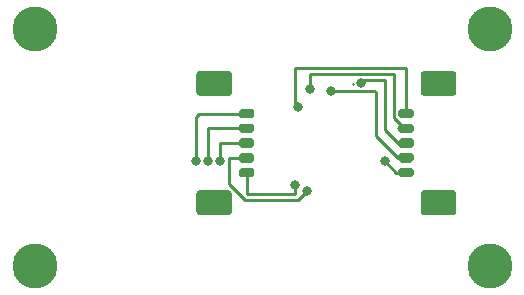
<source format=gbr>
%TF.GenerationSoftware,KiCad,Pcbnew,(5.1.12)-1*%
%TF.CreationDate,2023-04-24T20:04:47-05:00*%
%TF.ProjectId,Tag Connector,54616720-436f-46e6-9e65-63746f722e6b,rev?*%
%TF.SameCoordinates,Original*%
%TF.FileFunction,Copper,L2,Bot*%
%TF.FilePolarity,Positive*%
%FSLAX46Y46*%
G04 Gerber Fmt 4.6, Leading zero omitted, Abs format (unit mm)*
G04 Created by KiCad (PCBNEW (5.1.12)-1) date 2023-04-24 20:04:47*
%MOMM*%
%LPD*%
G01*
G04 APERTURE LIST*
%TA.AperFunction,ConnectorPad*%
%ADD10C,3.800000*%
%TD*%
%TA.AperFunction,ComponentPad*%
%ADD11C,2.600000*%
%TD*%
%TA.AperFunction,ViaPad*%
%ADD12C,0.800000*%
%TD*%
%TA.AperFunction,Conductor*%
%ADD13C,0.250000*%
%TD*%
G04 APERTURE END LIST*
D10*
%TO.P,,1*%
%TO.N,N/C*%
X136885680Y-57561440D03*
D11*
X136885680Y-57561440D03*
%TD*%
D10*
%TO.P,REF\u002A\u002A,1*%
%TO.N,N/C*%
X175385679Y-77561440D03*
D11*
X175385679Y-77561440D03*
%TD*%
D10*
%TO.P,REF\u002A\u002A,1*%
%TO.N,N/C*%
X175385679Y-57561440D03*
D11*
X175385679Y-57561440D03*
%TD*%
%TO.P,REF\u002A\u002A,1*%
%TO.N,N/C*%
X136885680Y-77561440D03*
D10*
X136885680Y-77561440D03*
%TD*%
%TO.P,J2,MP*%
%TO.N,N/C*%
%TA.AperFunction,SMDPad,CuDef*%
G36*
G01*
X169805160Y-71193160D02*
X172305160Y-71193160D01*
G75*
G02*
X172555160Y-71443160I0J-250000D01*
G01*
X172555160Y-73043160D01*
G75*
G02*
X172305160Y-73293160I-250000J0D01*
G01*
X169805160Y-73293160D01*
G75*
G02*
X169555160Y-73043160I0J250000D01*
G01*
X169555160Y-71443160D01*
G75*
G02*
X169805160Y-71193160I250000J0D01*
G01*
G37*
%TD.AperFunction*%
%TA.AperFunction,SMDPad,CuDef*%
G36*
G01*
X169805160Y-61093160D02*
X172305160Y-61093160D01*
G75*
G02*
X172555160Y-61343160I0J-250000D01*
G01*
X172555160Y-62943160D01*
G75*
G02*
X172305160Y-63193160I-250000J0D01*
G01*
X169805160Y-63193160D01*
G75*
G02*
X169555160Y-62943160I0J250000D01*
G01*
X169555160Y-61343160D01*
G75*
G02*
X169805160Y-61093160I250000J0D01*
G01*
G37*
%TD.AperFunction*%
%TO.P,J2,5*%
%TO.N,GND*%
%TA.AperFunction,SMDPad,CuDef*%
G36*
G01*
X167855160Y-69293160D02*
X168755160Y-69293160D01*
G75*
G02*
X168955160Y-69493160I0J-200000D01*
G01*
X168955160Y-69893160D01*
G75*
G02*
X168755160Y-70093160I-200000J0D01*
G01*
X167855160Y-70093160D01*
G75*
G02*
X167655160Y-69893160I0J200000D01*
G01*
X167655160Y-69493160D01*
G75*
G02*
X167855160Y-69293160I200000J0D01*
G01*
G37*
%TD.AperFunction*%
%TO.P,J2,4*%
%TO.N,Tx*%
%TA.AperFunction,SMDPad,CuDef*%
G36*
G01*
X167855160Y-68043160D02*
X168755160Y-68043160D01*
G75*
G02*
X168955160Y-68243160I0J-200000D01*
G01*
X168955160Y-68643160D01*
G75*
G02*
X168755160Y-68843160I-200000J0D01*
G01*
X167855160Y-68843160D01*
G75*
G02*
X167655160Y-68643160I0J200000D01*
G01*
X167655160Y-68243160D01*
G75*
G02*
X167855160Y-68043160I200000J0D01*
G01*
G37*
%TD.AperFunction*%
%TO.P,J2,3*%
%TO.N,Net-(J2-Pad3)*%
%TA.AperFunction,SMDPad,CuDef*%
G36*
G01*
X167855160Y-66793160D02*
X168755160Y-66793160D01*
G75*
G02*
X168955160Y-66993160I0J-200000D01*
G01*
X168955160Y-67393160D01*
G75*
G02*
X168755160Y-67593160I-200000J0D01*
G01*
X167855160Y-67593160D01*
G75*
G02*
X167655160Y-67393160I0J200000D01*
G01*
X167655160Y-66993160D01*
G75*
G02*
X167855160Y-66793160I200000J0D01*
G01*
G37*
%TD.AperFunction*%
%TO.P,J2,2*%
%TO.N,Net-(J2-Pad2)*%
%TA.AperFunction,SMDPad,CuDef*%
G36*
G01*
X167855160Y-65543160D02*
X168755160Y-65543160D01*
G75*
G02*
X168955160Y-65743160I0J-200000D01*
G01*
X168955160Y-66143160D01*
G75*
G02*
X168755160Y-66343160I-200000J0D01*
G01*
X167855160Y-66343160D01*
G75*
G02*
X167655160Y-66143160I0J200000D01*
G01*
X167655160Y-65743160D01*
G75*
G02*
X167855160Y-65543160I200000J0D01*
G01*
G37*
%TD.AperFunction*%
%TO.P,J2,1*%
%TO.N,Net-(J2-Pad1)*%
%TA.AperFunction,SMDPad,CuDef*%
G36*
G01*
X167855160Y-64293160D02*
X168755160Y-64293160D01*
G75*
G02*
X168955160Y-64493160I0J-200000D01*
G01*
X168955160Y-64893160D01*
G75*
G02*
X168755160Y-65093160I-200000J0D01*
G01*
X167855160Y-65093160D01*
G75*
G02*
X167655160Y-64893160I0J200000D01*
G01*
X167655160Y-64493160D01*
G75*
G02*
X167855160Y-64293160I200000J0D01*
G01*
G37*
%TD.AperFunction*%
%TD*%
%TO.P,J1,1*%
%TO.N,+3V3*%
%TA.AperFunction,SMDPad,CuDef*%
G36*
G01*
X155253160Y-70093160D02*
X154353160Y-70093160D01*
G75*
G02*
X154153160Y-69893160I0J200000D01*
G01*
X154153160Y-69493160D01*
G75*
G02*
X154353160Y-69293160I200000J0D01*
G01*
X155253160Y-69293160D01*
G75*
G02*
X155453160Y-69493160I0J-200000D01*
G01*
X155453160Y-69893160D01*
G75*
G02*
X155253160Y-70093160I-200000J0D01*
G01*
G37*
%TD.AperFunction*%
%TO.P,J1,2*%
%TO.N,TDO-TDI*%
%TA.AperFunction,SMDPad,CuDef*%
G36*
G01*
X155253160Y-68843160D02*
X154353160Y-68843160D01*
G75*
G02*
X154153160Y-68643160I0J200000D01*
G01*
X154153160Y-68243160D01*
G75*
G02*
X154353160Y-68043160I200000J0D01*
G01*
X155253160Y-68043160D01*
G75*
G02*
X155453160Y-68243160I0J-200000D01*
G01*
X155453160Y-68643160D01*
G75*
G02*
X155253160Y-68843160I-200000J0D01*
G01*
G37*
%TD.AperFunction*%
%TO.P,J1,3*%
%TO.N,TESTVPP*%
%TA.AperFunction,SMDPad,CuDef*%
G36*
G01*
X155253160Y-67593160D02*
X154353160Y-67593160D01*
G75*
G02*
X154153160Y-67393160I0J200000D01*
G01*
X154153160Y-66993160D01*
G75*
G02*
X154353160Y-66793160I200000J0D01*
G01*
X155253160Y-66793160D01*
G75*
G02*
X155453160Y-66993160I0J-200000D01*
G01*
X155453160Y-67393160D01*
G75*
G02*
X155253160Y-67593160I-200000J0D01*
G01*
G37*
%TD.AperFunction*%
%TO.P,J1,4*%
%TO.N,TCK*%
%TA.AperFunction,SMDPad,CuDef*%
G36*
G01*
X155253160Y-66343160D02*
X154353160Y-66343160D01*
G75*
G02*
X154153160Y-66143160I0J200000D01*
G01*
X154153160Y-65743160D01*
G75*
G02*
X154353160Y-65543160I200000J0D01*
G01*
X155253160Y-65543160D01*
G75*
G02*
X155453160Y-65743160I0J-200000D01*
G01*
X155453160Y-66143160D01*
G75*
G02*
X155253160Y-66343160I-200000J0D01*
G01*
G37*
%TD.AperFunction*%
%TO.P,J1,5*%
%TO.N,Rx*%
%TA.AperFunction,SMDPad,CuDef*%
G36*
G01*
X155253160Y-65093160D02*
X154353160Y-65093160D01*
G75*
G02*
X154153160Y-64893160I0J200000D01*
G01*
X154153160Y-64493160D01*
G75*
G02*
X154353160Y-64293160I200000J0D01*
G01*
X155253160Y-64293160D01*
G75*
G02*
X155453160Y-64493160I0J-200000D01*
G01*
X155453160Y-64893160D01*
G75*
G02*
X155253160Y-65093160I-200000J0D01*
G01*
G37*
%TD.AperFunction*%
%TO.P,J1,MP*%
%TO.N,N/C*%
%TA.AperFunction,SMDPad,CuDef*%
G36*
G01*
X153303160Y-73293160D02*
X150803160Y-73293160D01*
G75*
G02*
X150553160Y-73043160I0J250000D01*
G01*
X150553160Y-71443160D01*
G75*
G02*
X150803160Y-71193160I250000J0D01*
G01*
X153303160Y-71193160D01*
G75*
G02*
X153553160Y-71443160I0J-250000D01*
G01*
X153553160Y-73043160D01*
G75*
G02*
X153303160Y-73293160I-250000J0D01*
G01*
G37*
%TD.AperFunction*%
%TA.AperFunction,SMDPad,CuDef*%
G36*
G01*
X153303160Y-63193160D02*
X150803160Y-63193160D01*
G75*
G02*
X150553160Y-62943160I0J250000D01*
G01*
X150553160Y-61343160D01*
G75*
G02*
X150803160Y-61093160I250000J0D01*
G01*
X153303160Y-61093160D01*
G75*
G02*
X153553160Y-61343160I0J-250000D01*
G01*
X153553160Y-62943160D01*
G75*
G02*
X153303160Y-63193160I-250000J0D01*
G01*
G37*
%TD.AperFunction*%
%TD*%
D12*
%TO.N,+3V3*%
X158887160Y-70749160D03*
%TO.N,TDO-TDI*%
X159903160Y-71257160D03*
%TO.N,TESTVPP*%
X152537160Y-68717160D03*
%TO.N,TCK*%
X151521160Y-68717160D03*
%TO.N,Rx*%
X150521157Y-68717160D03*
%TO.N,GND*%
X166507160Y-68717160D03*
%TO.N,Tx*%
X161935160Y-62801160D03*
%TO.N,Net-(J2-Pad1)*%
X159141160Y-64145160D03*
%TO.N,Net-(J2-Pad2)*%
X160161813Y-62625813D03*
%TO.N,Net-(J2-Pad3)*%
X164497124Y-62076160D03*
%TD*%
D13*
%TO.N,*%
X163775910Y-62150159D02*
X163775909Y-62150160D01*
%TO.N,+3V3*%
X154823160Y-71511160D02*
X158887160Y-71511160D01*
X154803160Y-71491160D02*
X154823160Y-71511160D01*
X154803160Y-69693160D02*
X154803160Y-71491160D01*
X158887160Y-71511160D02*
X158887160Y-71294160D01*
X158887160Y-71294160D02*
X158887160Y-70749160D01*
%TO.N,TDO-TDI*%
X154153160Y-68443160D02*
X154133160Y-68463160D01*
X154803160Y-68443160D02*
X154153160Y-68443160D01*
X154803160Y-68443160D02*
X153319160Y-68443160D01*
X154694750Y-72019160D02*
X159141160Y-72019160D01*
X153319160Y-70643570D02*
X154694750Y-72019160D01*
X153319160Y-68443160D02*
X153319160Y-70643570D01*
X159141160Y-72019160D02*
X159903160Y-71257160D01*
%TO.N,TESTVPP*%
X154803160Y-67193160D02*
X152537160Y-67193160D01*
X152537160Y-67193160D02*
X152537160Y-68717160D01*
%TO.N,TCK*%
X154803160Y-65943160D02*
X152049160Y-65943160D01*
X152049160Y-65943160D02*
X152029160Y-65923160D01*
X152029160Y-65923160D02*
X151521160Y-65923160D01*
X151521160Y-65923160D02*
X151521160Y-68717160D01*
%TO.N,Rx*%
X154803160Y-64693160D02*
X150799160Y-64693160D01*
X150521157Y-64971163D02*
X150521157Y-68717160D01*
X150799160Y-64693160D02*
X150521157Y-64971163D01*
%TO.N,GND*%
X167483160Y-69693160D02*
X166507160Y-68717160D01*
X168305160Y-69693160D02*
X167483160Y-69693160D01*
%TO.N,Tx*%
X168305160Y-68443160D02*
X167741206Y-68443160D01*
X165803461Y-66591461D02*
X165803461Y-62933461D01*
X167655160Y-68443160D02*
X165803461Y-66591461D01*
X168305160Y-68443160D02*
X167655160Y-68443160D01*
X165671160Y-62801160D02*
X161935160Y-62801160D01*
X165803461Y-62933461D02*
X165671160Y-62801160D01*
%TO.N,Net-(J2-Pad1)*%
X158887160Y-63891160D02*
X159141160Y-64145160D01*
X168285160Y-60843160D02*
X158887160Y-60843160D01*
X168305160Y-60863160D02*
X168285160Y-60843160D01*
X158887160Y-60843160D02*
X158887160Y-63891160D01*
X168305160Y-64693160D02*
X168305160Y-60863160D01*
%TO.N,Net-(J2-Pad2)*%
X168305160Y-65943160D02*
X167655160Y-65943160D01*
X160157160Y-62621160D02*
X160161813Y-62625813D01*
X160157160Y-61351160D02*
X160157160Y-62621160D01*
X167269160Y-61351160D02*
X160157160Y-61351160D01*
X168162682Y-65943160D02*
X167269160Y-65049638D01*
X167269160Y-65049638D02*
X167269160Y-61351160D01*
X168305160Y-65943160D02*
X168162682Y-65943160D01*
%TO.N,Net-(J2-Pad3)*%
X167655160Y-67193160D02*
X166507160Y-66045160D01*
X168305160Y-67193160D02*
X167655160Y-67193160D01*
X166507160Y-66045160D02*
X166507160Y-61859160D01*
X166507160Y-61859160D02*
X165491160Y-61859160D01*
X165491160Y-61859160D02*
X164475160Y-61859160D01*
X164475160Y-62054196D02*
X164497124Y-62076160D01*
X164475160Y-61859160D02*
X164475160Y-62054196D01*
%TD*%
M02*

</source>
